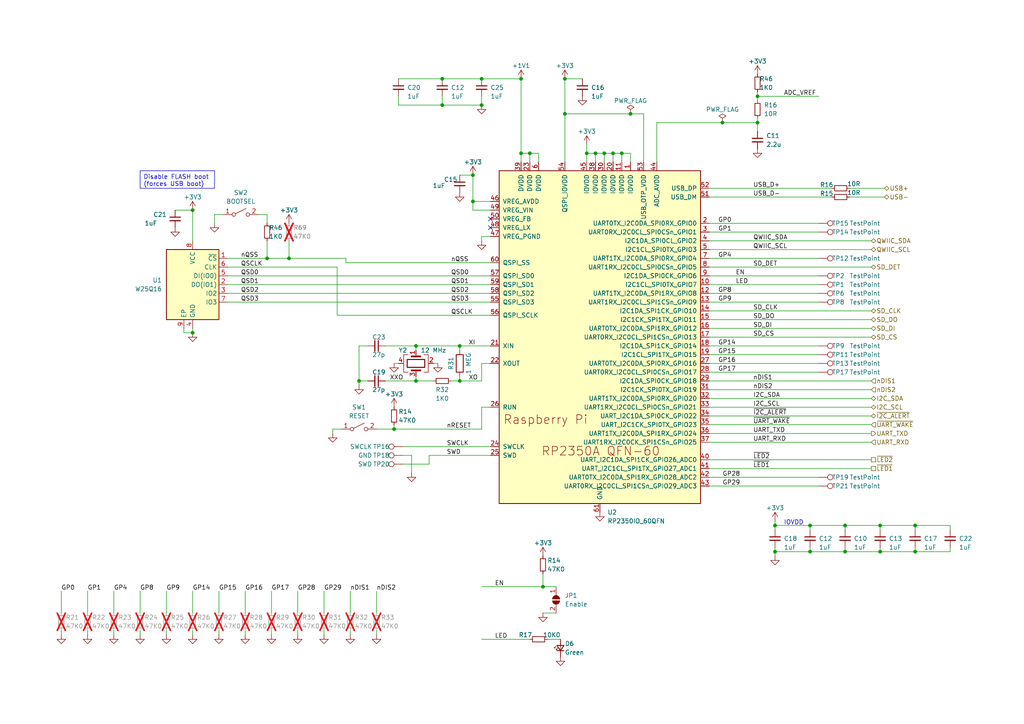
<source format=kicad_sch>
(kicad_sch (version 20231120) (generator "eeschema") (generator_version "8.0")
  (paper "A4")
  (title_block (title "P42-Pico-M.2") (date "2025-03-11") (rev "3.0") (company "P42 Electronics Design") (comment 1 "(c) 2023 Wolfgang Friedrich") (comment 3 "Released under:") (comment 4 "CERN Open Hardware Licence Version 2 - Weakly Reciprocal"))
  (junction (at 175.26 44.45))
  (junction (at 83.82 74.93))
  (junction (at 234.95 160.02))
  (junction (at 133.35 110.49))
  (junction (at 128.27 30.48))
  (junction (at 180.34 44.45))
  (junction (at 265.43 160.02))
  (junction (at 182.88 33.02))
  (junction (at 234.95 152.4))
  (junction (at 137.16 58.42))
  (junction (at 219.71 27.94))
  (junction (at 128.27 22.86))
  (junction (at 55.88 96.52))
  (junction (at 137.16 50.8))
  (junction (at 151.13 44.45))
  (junction (at 265.43 152.4))
  (junction (at 224.79 152.4))
  (junction (at 245.11 152.4))
  (junction (at 177.8 44.45))
  (junction (at 163.83 22.86))
  (junction (at 219.71 35.56))
  (junction (at 255.27 152.4))
  (junction (at 104.14 110.49))
  (junction (at 157.48 170.18))
  (junction (at 255.27 160.02))
  (junction (at 139.7 30.48))
  (junction (at 245.11 160.02))
  (junction (at 163.83 33.02))
  (junction (at 139.7 22.86))
  (junction (at 120.65 100.33))
  (junction (at 120.65 110.49))
  (junction (at 153.67 44.45))
  (junction (at 55.88 60.96))
  (junction (at 170.18 44.45))
  (junction (at 133.35 100.33))
  (junction (at 172.72 44.45))
  (junction (at 114.3 124.46))
  (junction (at 224.79 160.02))
  (junction (at 209.55 35.56))
  (junction (at 151.13 22.86))
  (junction (at 77.47 74.93))
  (no_connect (at 142.24 66.04))
  (no_connect (at 142.24 63.5))
  (wire (pts (xy 205.74 69.85) (xy 252.73 69.85)))
  (wire (pts (xy 275.59 153.67) (xy 275.59 152.4)))
  (wire (pts (xy 275.59 152.4) (xy 265.43 152.4)))
  (wire (pts (xy 120.65 109.22) (xy 120.65 110.49)))
  (wire (pts (xy 66.04 74.93) (xy 77.47 74.93)))
  (wire (pts (xy 63.5 171.45) (xy 63.5 177.8)))
  (wire (pts (xy 151.13 22.86) (xy 151.13 44.45)))
  (wire (pts (xy 234.95 152.4) (xy 234.95 153.67)))
  (wire (pts (xy 119.38 137.16) (xy 119.38 132.08)))
  (wire (pts (xy 53.34 96.52) (xy 55.88 96.52)))
  (wire (pts (xy 170.18 44.45) (xy 170.18 46.99)))
  (wire (pts (xy 151.13 44.45) (xy 151.13 46.99)))
  (wire (pts (xy 139.7 105.41) (xy 142.24 105.41)))
  (wire (pts (xy 219.71 27.94) (xy 219.71 29.21)))
  (wire (pts (xy 246.38 54.61) (xy 256.54 54.61)))
  (wire (pts (xy 224.79 161.29) (xy 224.79 160.02)))
  (wire (pts (xy 205.74 77.47) (xy 252.73 77.47)))
  (wire (pts (xy 40.64 182.88) (xy 40.64 184.15)))
  (wire (pts (xy 219.71 26.67) (xy 219.71 27.94)))
  (wire (pts (xy 205.74 133.35) (xy 252.73 133.35)))
  (wire (pts (xy 130.81 110.49) (xy 133.35 110.49)))
  (wire (pts (xy 177.8 44.45) (xy 177.8 46.99)))
  (wire (pts (xy 120.65 110.49) (xy 125.73 110.49)))
  (wire (pts (xy 205.74 95.25) (xy 252.73 95.25)))
  (wire (pts (xy 234.95 160.02) (xy 224.79 160.02)))
  (wire (pts (xy 142.24 132.08) (xy 124.46 132.08)))
  (wire (pts (xy 133.35 100.33) (xy 142.24 100.33)))
  (wire (pts (xy 62.23 62.23) (xy 64.77 62.23)))
  (wire (pts (xy 175.26 44.45) (xy 175.26 46.99)))
  (wire (pts (xy 205.74 80.01) (xy 237.49 80.01)))
  (wire (pts (xy 205.74 110.49) (xy 252.73 110.49)))
  (wire (pts (xy 83.82 74.93) (xy 83.82 69.85)))
  (wire (pts (xy 78.74 182.88) (xy 78.74 184.15)))
  (wire (pts (xy 205.74 85.09) (xy 237.49 85.09)))
  (wire (pts (xy 219.71 34.29) (xy 219.71 35.56)))
  (wire (pts (xy 156.21 46.99) (xy 156.21 44.45)))
  (wire (pts (xy 17.78 171.45) (xy 17.78 177.8)))
  (wire (pts (xy 119.38 132.08) (xy 116.84 132.08)))
  (wire (pts (xy 205.74 97.79) (xy 252.73 97.79)))
  (wire (pts (xy 55.88 95.25) (xy 55.88 96.52)))
  (wire (pts (xy 180.34 44.45) (xy 180.34 46.99)))
  (wire (pts (xy 137.16 60.96) (xy 137.16 58.42)))
  (wire (pts (xy 139.7 110.49) (xy 139.7 105.41)))
  (wire (pts (xy 205.74 82.55) (xy 237.49 82.55)))
  (wire (pts (xy 205.74 123.19) (xy 252.73 123.19)))
  (wire (pts (xy 86.36 182.88) (xy 86.36 184.15)))
  (wire (pts (xy 186.69 33.02) (xy 182.88 33.02)))
  (wire (pts (xy 86.36 171.45) (xy 86.36 177.8)))
  (wire (pts (xy 158.75 185.42) (xy 162.56 185.42)))
  (wire (pts (xy 190.5 46.99) (xy 190.5 35.56)))
  (wire (pts (xy 133.35 110.49) (xy 139.7 110.49)))
  (wire (pts (xy 255.27 160.02) (xy 245.11 160.02)))
  (wire (pts (xy 156.21 44.45) (xy 153.67 44.45)))
  (wire (pts (xy 265.43 160.02) (xy 255.27 160.02)))
  (wire (pts (xy 142.24 60.96) (xy 137.16 60.96)))
  (wire (pts (xy 175.26 44.45) (xy 172.72 44.45)))
  (wire (pts (xy 111.76 100.33) (xy 120.65 100.33)))
  (wire (pts (xy 245.11 160.02) (xy 234.95 160.02)))
  (wire (pts (xy 48.26 182.88) (xy 48.26 184.15)))
  (wire (pts (xy 139.7 185.42) (xy 153.67 185.42)))
  (wire (pts (xy 205.74 107.95) (xy 237.49 107.95)))
  (wire (pts (xy 115.57 30.48) (xy 128.27 30.48)))
  (wire (pts (xy 205.74 125.73) (xy 252.73 125.73)))
  (wire (pts (xy 157.48 170.18) (xy 161.29 170.18)))
  (wire (pts (xy 205.74 54.61) (xy 241.3 54.61)))
  (wire (pts (xy 182.88 44.45) (xy 180.34 44.45)))
  (wire (pts (xy 205.74 57.15) (xy 241.3 57.15)))
  (wire (pts (xy 246.38 57.15) (xy 256.54 57.15)))
  (wire (pts (xy 139.7 170.18) (xy 157.48 170.18)))
  (wire (pts (xy 128.27 30.48) (xy 128.27 27.94)))
  (wire (pts (xy 139.7 68.58) (xy 139.7 69.85)))
  (wire (pts (xy 265.43 153.67) (xy 265.43 152.4)))
  (wire (pts (xy 265.43 158.75) (xy 265.43 160.02)))
  (wire (pts (xy 115.57 30.48) (xy 115.57 27.94)))
  (wire (pts (xy 62.23 62.23) (xy 62.23 64.77)))
  (wire (pts (xy 163.83 22.86) (xy 163.83 33.02)))
  (wire (pts (xy 97.79 91.44) (xy 142.24 91.44)))
  (wire (pts (xy 127 105.41) (xy 125.73 105.41)))
  (wire (pts (xy 77.47 74.93) (xy 83.82 74.93)))
  (wire (pts (xy 275.59 158.75) (xy 275.59 160.02)))
  (wire (pts (xy 50.8 60.96) (xy 55.88 60.96)))
  (wire (pts (xy 205.74 128.27) (xy 252.73 128.27)))
  (wire (pts (xy 139.7 118.11) (xy 142.24 118.11)))
  (wire (pts (xy 114.3 105.41) (xy 115.57 105.41)))
  (wire (pts (xy 205.74 140.97) (xy 237.49 140.97)))
  (wire (pts (xy 104.14 110.49) (xy 106.68 110.49)))
  (wire (pts (xy 109.22 171.45) (xy 109.22 177.8)))
  (wire (pts (xy 77.47 64.77) (xy 77.47 62.23)))
  (wire (pts (xy 25.4 171.45) (xy 25.4 177.8)))
  (wire (pts (xy 55.88 171.45) (xy 55.88 177.8)))
  (wire (pts (xy 209.55 35.56) (xy 219.71 35.56)))
  (wire (pts (xy 205.74 92.71) (xy 252.73 92.71)))
  (wire (pts (xy 205.74 90.17) (xy 252.73 90.17)))
  (wire (pts (xy 172.72 44.45) (xy 170.18 44.45)))
  (wire (pts (xy 205.74 120.65) (xy 252.73 120.65)))
  (wire (pts (xy 205.74 87.63) (xy 237.49 87.63)))
  (wire (pts (xy 219.71 27.94) (xy 237.49 27.94)))
  (wire (pts (xy 66.04 77.47) (xy 97.79 77.47)))
  (wire (pts (xy 153.67 44.45) (xy 151.13 44.45)))
  (wire (pts (xy 48.26 171.45) (xy 48.26 177.8)))
  (wire (pts (xy 55.88 182.88) (xy 55.88 184.15)))
  (wire (pts (xy 133.35 109.22) (xy 133.35 110.49)))
  (wire (pts (xy 182.88 46.99) (xy 182.88 44.45)))
  (wire (pts (xy 157.48 166.37) (xy 157.48 170.18)))
  (wire (pts (xy 205.74 105.41) (xy 237.49 105.41)))
  (wire (pts (xy 163.83 22.86) (xy 168.91 22.86)))
  (wire (pts (xy 182.88 33.02) (xy 163.83 33.02)))
  (wire (pts (xy 96.52 124.46) (xy 96.52 125.73)))
  (wire (pts (xy 104.14 110.49) (xy 104.14 100.33)))
  (wire (pts (xy 205.74 113.03) (xy 252.73 113.03)))
  (wire (pts (xy 78.74 171.45) (xy 78.74 177.8)))
  (wire (pts (xy 205.74 67.31) (xy 237.49 67.31)))
  (wire (pts (xy 133.35 100.33) (xy 133.35 101.6)))
  (wire (pts (xy 255.27 152.4) (xy 245.11 152.4)))
  (wire (pts (xy 114.3 124.46) (xy 139.7 124.46)))
  (wire (pts (xy 190.5 35.56) (xy 209.55 35.56)))
  (wire (pts (xy 234.95 152.4) (xy 224.79 152.4)))
  (wire (pts (xy 66.04 87.63) (xy 142.24 87.63)))
  (wire (pts (xy 180.34 44.45) (xy 177.8 44.45)))
  (wire (pts (xy 66.04 82.55) (xy 142.24 82.55)))
  (wire (pts (xy 55.88 60.96) (xy 55.88 69.85)))
  (wire (pts (xy 163.83 33.02) (xy 163.83 46.99)))
  (wire (pts (xy 153.67 44.45) (xy 153.67 46.99)))
  (wire (pts (xy 133.35 50.8) (xy 137.16 50.8)))
  (wire (pts (xy 115.57 22.86) (xy 128.27 22.86)))
  (wire (pts (xy 100.33 76.2) (xy 142.24 76.2)))
  (wire (pts (xy 124.46 134.62) (xy 116.84 134.62)))
  (wire (pts (xy 120.65 100.33) (xy 133.35 100.33)))
  (wire (pts (xy 63.5 182.88) (xy 63.5 184.15)))
  (wire (pts (xy 205.74 64.77) (xy 237.49 64.77)))
  (wire (pts (xy 71.12 171.45) (xy 71.12 177.8)))
  (wire (pts (xy 109.22 182.88) (xy 109.22 184.15)))
  (wire (pts (xy 139.7 124.46) (xy 139.7 118.11)))
  (wire (pts (xy 111.76 110.49) (xy 120.65 110.49)))
  (wire (pts (xy 205.74 72.39) (xy 252.73 72.39)))
  (wire (pts (xy 53.34 95.25) (xy 53.34 96.52)))
  (wire (pts (xy 66.04 85.09) (xy 142.24 85.09)))
  (wire (pts (xy 109.22 124.46) (xy 114.3 124.46)))
  (wire (pts (xy 137.16 58.42) (xy 137.16 50.8)))
  (wire (pts (xy 33.02 182.88) (xy 33.02 184.15)))
  (wire (pts (xy 205.74 135.89) (xy 252.73 135.89)))
  (wire (pts (xy 205.74 115.57) (xy 252.73 115.57)))
  (wire (pts (xy 128.27 22.86) (xy 139.7 22.86)))
  (wire (pts (xy 77.47 69.85) (xy 77.47 74.93)))
  (wire (pts (xy 93.98 182.88) (xy 93.98 184.15)))
  (wire (pts (xy 93.98 171.45) (xy 93.98 177.8)))
  (wire (pts (xy 100.33 74.93) (xy 100.33 76.2)))
  (wire (pts (xy 186.69 46.99) (xy 186.69 33.02)))
  (wire (pts (xy 177.8 44.45) (xy 175.26 44.45)))
  (wire (pts (xy 245.11 158.75) (xy 245.11 160.02)))
  (wire (pts (xy 255.27 158.75) (xy 255.27 160.02)))
  (wire (pts (xy 104.14 111.76) (xy 104.14 110.49)))
  (wire (pts (xy 77.47 62.23) (xy 74.93 62.23)))
  (wire (pts (xy 128.27 30.48) (xy 139.7 30.48)))
  (wire (pts (xy 205.74 118.11) (xy 252.73 118.11)))
  (wire (pts (xy 142.24 58.42) (xy 137.16 58.42)))
  (wire (pts (xy 234.95 158.75) (xy 234.95 160.02)))
  (wire (pts (xy 224.79 160.02) (xy 224.79 158.75)))
  (wire (pts (xy 101.6 182.88) (xy 101.6 184.15)))
  (wire (pts (xy 205.74 138.43) (xy 237.49 138.43)))
  (wire (pts (xy 66.04 80.01) (xy 142.24 80.01)))
  (wire (pts (xy 40.64 171.45) (xy 40.64 177.8)))
  (wire (pts (xy 224.79 152.4) (xy 224.79 153.67)))
  (wire (pts (xy 205.74 74.93) (xy 237.49 74.93)))
  (wire (pts (xy 139.7 68.58) (xy 142.24 68.58)))
  (wire (pts (xy 99.06 124.46) (xy 96.52 124.46)))
  (wire (pts (xy 245.11 152.4) (xy 234.95 152.4)))
  (wire (pts (xy 205.74 100.33) (xy 237.49 100.33)))
  (wire (pts (xy 97.79 91.44) (xy 97.79 77.47)))
  (wire (pts (xy 170.18 41.91) (xy 170.18 44.45)))
  (wire (pts (xy 71.12 182.88) (xy 71.12 184.15)))
  (wire (pts (xy 265.43 152.4) (xy 255.27 152.4)))
  (wire (pts (xy 124.46 132.08) (xy 124.46 134.62)))
  (wire (pts (xy 17.78 182.88) (xy 17.78 184.15)))
  (wire (pts (xy 114.3 123.19) (xy 114.3 124.46)))
  (wire (pts (xy 275.59 160.02) (xy 265.43 160.02)))
  (wire (pts (xy 219.71 35.56) (xy 219.71 38.1)))
  (wire (pts (xy 104.14 100.33) (xy 106.68 100.33)))
  (wire (pts (xy 101.6 171.45) (xy 101.6 177.8)))
  (wire (pts (xy 120.65 100.33) (xy 120.65 101.6)))
  (wire (pts (xy 33.02 171.45) (xy 33.02 177.8)))
  (wire (pts (xy 83.82 74.93) (xy 100.33 74.93)))
  (wire (pts (xy 139.7 22.86) (xy 151.13 22.86)))
  (wire (pts (xy 224.79 151.13) (xy 224.79 152.4)))
  (wire (pts (xy 245.11 152.4) (xy 245.11 153.67)))
  (wire (pts (xy 25.4 182.88) (xy 25.4 184.15)))
  (wire (pts (xy 116.84 129.54) (xy 142.24 129.54)))
  (wire (pts (xy 205.74 102.87) (xy 237.49 102.87)))
  (wire (pts (xy 161.29 177.8) (xy 157.48 177.8)))
  (wire (pts (xy 172.72 44.45) (xy 172.72 46.99)))
  (wire (pts (xy 255.27 152.4) (xy 255.27 153.67)))
  (wire (pts (xy 139.7 30.48) (xy 139.7 27.94)))
  (text_box "Disable FLASH boot\n(forces USB boot)" (at 40.64 49.53 0) (size 21.59 5.08) (effects (font (size 1.27 1.27)) (justify left top)))
  (text "IOVDD" (at 227.33 152.4 0) (effects (font (size 1.27 1.27)) (justify left bottom)))
  (label "XO" (at 135.89 110.49 0))
  (label "EN" (at 143.51 170.18 0))
  (label "GP17" (at 208.28 107.95 0))
  (label "GP9" (at 208.28 87.63 0))
  (label "GP4" (at 33.02 171.45 0))
  (label "QSD0" (at 69.85 80.01 0))
  (label "QWIIC_SCL" (at 218.44 72.39 0))
  (label "GP15" (at 208.28 102.87 0))
  (label "LED" (at 143.51 185.42 0))
  (label "nDIS2" (at 218.44 113.03 0))
  (label "ADC_VREF" (at 227.33 27.94 0))
  (label "GP0" (at 208.28 64.77 0))
  (label "~{UART_WAKE}" (at 218.44 123.19 0))
  (label "XI" (at 135.89 100.33 0))
  (label "USB_D-" (at 218.44 57.15 0))
  (label "QSD1" (at 69.85 82.55 0))
  (label "UART_RXD" (at 218.44 128.27 0))
  (label "~{LED1}" (at 218.44 135.89 0))
  (label "QSD1" (at 130.81 82.55 0))
  (label "GP0" (at 17.78 171.45 0))
  (label "~{LED2}" (at 218.44 133.35 0))
  (label "I2C_SCL" (at 218.44 118.11 0))
  (label "GP29" (at 209.55 140.97 0))
  (label "GP29" (at 93.98 171.45 0))
  (label "XXO" (at 113.03 110.49 0))
  (label "QSCLK" (at 69.85 77.47 0))
  (label "SD_DI" (at 218.44 95.25 0))
  (label "QSD2" (at 69.85 85.09 0))
  (label "nDIS2" (at 109.22 171.45 0))
  (label "GP14" (at 55.88 171.45 0))
  (label "GP14" (at 208.28 100.33 0))
  (label "~{I2C_ALERT}" (at 218.44 120.65 0))
  (label "nDIS1" (at 101.6 171.45 0))
  (label "nRESET" (at 129.54 124.46 0))
  (label "SD_CLK" (at 218.44 90.17 0))
  (label "GP4" (at 208.28 74.93 0))
  (label "GP28" (at 209.55 138.43 0))
  (label "USB_D+" (at 218.44 54.61 0))
  (label "LED" (at 213.36 82.55 0))
  (label "GP8" (at 40.64 171.45 0))
  (label "GP1" (at 25.4 171.45 0))
  (label "SWCLK" (at 129.54 129.54 0))
  (label "GP9" (at 48.26 171.45 0))
  (label "GP16" (at 208.28 105.41 0))
  (label "QSD0" (at 130.81 80.01 0))
  (label "SWD" (at 129.54 132.08 0))
  (label "GP28" (at 86.36 171.45 0))
  (label "QSCLK" (at 130.81 91.44 0))
  (label "EN" (at 213.36 80.01 0))
  (label "SD_DO" (at 218.44 92.71 0))
  (label "nQSS" (at 130.81 76.2 0))
  (label "QWIIC_SDA" (at 218.44 69.85 0))
  (label "GP8" (at 208.28 85.09 0))
  (label "nQSS" (at 69.85 74.93 0))
  (label "GP15" (at 63.5 171.45 0))
  (label "QSD3" (at 130.81 87.63 0))
  (label "QSD2" (at 130.81 85.09 0))
  (label "GP17" (at 78.74 171.45 0))
  (label "UART_TXD" (at 218.44 125.73 0))
  (label "GP1" (at 208.28 67.31 0))
  (label "I2C_SDA" (at 218.44 115.57 0))
  (label "GP16" (at 71.12 171.45 0))
  (label "SD_CS" (at 218.44 97.79 0))
  (label "QSD3" (at 69.85 87.63 0))
  (label "SD_DET" (at 218.44 77.47 0))
  (label "nDIS1" (at 218.44 110.49 0))
  (hierarchical_label "~{UART_WAKE}" (shape input) (at 252.73 123.19 0))
  (hierarchical_label "UART_RXD" (shape input) (at 252.73 128.27 0))
  (hierarchical_label "SD_DI" (shape bidirectional) (at 252.73 95.25 0))
  (hierarchical_label "~{LED1}" (shape passive) (at 252.73 135.89 0))
  (hierarchical_label "nDIS1" (shape input) (at 252.73 110.49 0))
  (hierarchical_label "~{LED2}" (shape passive) (at 252.73 133.35 0))
  (hierarchical_label "SD_DO" (shape bidirectional) (at 252.73 92.71 0))
  (hierarchical_label "USB-" (shape bidirectional) (at 256.54 57.15 0))
  (hierarchical_label "SD_CLK" (shape bidirectional) (at 252.73 90.17 0))
  (hierarchical_label "QWIIC_SDA" (shape bidirectional) (at 252.73 69.85 0))
  (hierarchical_label "USB+" (shape bidirectional) (at 256.54 54.61 0))
  (hierarchical_label "SD_CS" (shape bidirectional) (at 252.73 97.79 0))
  (hierarchical_label "QWIIC_SCL" (shape bidirectional) (at 252.73 72.39 0))
  (hierarchical_label "I2C_SDA" (shape bidirectional) (at 252.73 115.57 0))
  (hierarchical_label "nDIS2" (shape input) (at 252.73 113.03 0))
  (hierarchical_label "I2C_SCL" (shape bidirectional) (at 252.73 118.11 0))
  (hierarchical_label "UART_TXD" (shape output) (at 252.73 125.73 0))
  (hierarchical_label "~{I2C_ALERT}" (shape bidirectional) (at 252.73 120.65 0))
  (hierarchical_label "SD_DET" (shape bidirectional) (at 252.73 77.47 0))
  (symbol (lib_id "Device:R_Small") (at 55.88 180.34 180) (unit 1) (dnp yes)
    (property "Reference" "R26" (at 57.15 179.07 0) (effects (justify right)))
    (property "Value" "47K0" (at 57.15 181.61 0) (effects (justify right)))
    (property "Footprint" "Resistor_SMD:R_0402_1005Metric" (effects (hide yes)))
    (property "Description" "Res, 47K0, 1%, 0.625W, 0402" (effects (hide yes)))
    (property "Mfr" "generic" (effects (hide yes)))
    (property "Mfr PN" "na" (effects (hide yes)))
    (property "Mfr1" "generic" (effects (hide yes)))
    (property "Mfr1 PN" "na" (effects (hide yes)))
    (property "JLCPCB #" "C25900" (effects (hide yes)))
    (property "LCSC Part #" "C25900" (effects (hide yes)))
  )
  (symbol (lib_id "Device:R") (at 133.35 105.41 0) (unit 1)
    (property "Reference" "R31" (at 130.81 105.41 90))
    (property "Value" "1 MEG" (at 135.89 105.41 90))
    (property "Footprint" "Resistor_SMD:R_0402_1005Metric" (effects (hide yes)))
    (property "Description" "Res, 1MEG, 1%, 0.625W, 0402" (effects (hide yes)))
    (property "Mfr" "generic" (effects (hide yes)))
    (property "Mfr PN" "na" (effects (hide yes)))
    (property "Mfr1" "generic" (effects (hide yes)))
    (property "Mfr1 PN" "na" (effects (hide yes)))
    (property "JLCPCB #" "C25741" (effects (hide yes)))
    (property "LCSC Part #" "C25741" (effects (hide yes)))
    (instances (project "P42-Pico_Video4" (path "" (reference "R31") (unit 1)) (path "" (reference "R7") (unit 1))) (project "P42-Pico_Mdot2_r1" (path "" (reference "R11") (unit 1))))
  )
  (symbol (lib_id "Connector:TestPoint") (at 116.84 129.54 90) (unit 1) (in_bom no)
    (property "Reference" "TP16" (at 113.03 129.54 90) (effects (justify left)))
    (property "Value" "SWCLK" (at 107.95 129.54 90) (effects (justify left)))
    (property "Footprint" "P42:THTPad_D1.5mm_Drill0.9mm" (effects (hide yes)))
  )
  (symbol (lib_id "power:GND") (at 78.74 184.15 0) (unit 1)
    (property "Reference" "#PWR077" (effects (hide yes)))
    (property "Value" "GND" (effects (hide yes)))
  )
  (symbol (lib_id "Device:C_Small") (at 128.27 25.4 0) (unit 1)
    (property "Reference" "C12" (at 130.81 25.4 0) (effects (justify left)))
    (property "Value" "1uF" (at 130.81 27.94 0) (effects (justify left)))
    (property "Footprint" "Capacitor_SMD:C_0402_1005Metric" (effects (hide yes)))
    (property "Description" "Cap Cer, 1uF, +-10%, X5R, 25V, 0402" (effects (hide yes)))
    (property "BOM Description" "Cap Cer, 100nF, +-10%, X7R, 50V, 0402" (effects (hide yes)))
    (property "Mfr1" "generic" (effects (hide yes)))
    (property "Mfr1 PN" "na" (effects (hide yes)))
    (property "Mfr" "generic" (effects (hide yes)))
    (property "Mfr PN" "na" (effects (hide yes)))
    (property "JLCPCB #" "C52923" (effects (hide yes)))
    (property "LCSC Part #" "C52923" (effects (hide yes)))
  )
  (symbol (lib_id "Device:C_Small") (at 255.27 156.21 0) (unit 1)
    (property "Reference" "C13" (at 257.81 156.21 0) (effects (justify left)))
    (property "Value" "1uF" (at 257.81 158.75 0) (effects (justify left)))
    (property "Footprint" "Capacitor_SMD:C_0402_1005Metric" (effects (hide yes)))
    (property "Description" "Cap Cer, 1uF, +-10%, X5R, 25V, 0402" (effects (hide yes)))
    (property "BOM Description" "Cap Cer, 100nF, +-10%, X7R, 50V, 0402" (effects (hide yes)))
    (property "Mfr1" "generic" (effects (hide yes)))
    (property "Mfr1 PN" "na" (effects (hide yes)))
    (property "Mfr" "generic" (effects (hide yes)))
    (property "Mfr PN" "na" (effects (hide yes)))
    (property "JLCPCB #" "C52923" (effects (hide yes)))
    (property "LCSC Part #" "C52923" (effects (hide yes)))
    (instances (project "P42-Pico_Video4" (path "" (reference "C13") (unit 1)) (path "" (reference "C15") (unit 1))) (project "P42-Pico_Mdot2_r1" (path "" (reference "C18") (unit 1))))
  )
  (symbol (lib_id "power:GND") (at 162.56 190.5 0) (unit 1)
    (property "Reference" "#PWR029" (effects (hide yes)))
    (property "Value" "GND" (effects (hide yes)))
    (instances (project "P42-Pico_Video4" (path "" (reference "#PWR029") (unit 1))) (project "P42-Pico_Mdot2_r1" (path "" (reference "#PWR028") (unit 1))) (project "I2CAdapter_ver1" (path "" (reference "#PWR024") (unit 1))))
  )
  (symbol (lib_id "power:GND") (at 104.14 111.76 0) (unit 1)
    (property "Reference" "#PWR028" (effects (hide yes)))
    (property "Value" "GND" (effects (hide yes)))
    (instances (project "P42-Pico_Video4" (path "" (reference "#PWR028") (unit 1)) (path "" (reference "#PWR03") (unit 1)) (path "" (reference "#PWR010") (unit 1))) (project "P42-Pico_Mdot2_r1" (path "" (reference "#PWR05") (unit 1))) (project "USB-C PD Source FUSB3307 V1" (path "" (reference "#PWR098") (unit 1))))
  )
  (symbol (lib_id "Device:C_Small") (at 275.59 156.21 0) (unit 1)
    (property "Reference" "C22" (at 278.13 156.21 0) (effects (justify left)))
    (property "Value" "1uF" (at 278.13 158.75 0) (effects (justify left)))
    (property "Footprint" "Capacitor_SMD:C_0402_1005Metric" (effects (hide yes)))
    (property "Description" "Cap Cer, 1uF, +-10%, X5R, 25V, 0402" (effects (hide yes)))
    (property "BOM Description" "Cap Cer, 100nF, +-10%, X7R, 50V, 0402" (effects (hide yes)))
    (property "Mfr1" "generic" (effects (hide yes)))
    (property "Mfr1 PN" "na" (effects (hide yes)))
    (property "Mfr" "generic" (effects (hide yes)))
    (property "Mfr PN" "na" (effects (hide yes)))
    (property "JLCPCB #" "C52923" (effects (hide yes)))
    (property "LCSC Part #" "C52923" (effects (hide yes)))
    (instances (project "P42-Pico_Video4" (path "" (reference "C22") (unit 1)) (path "" (reference "C15") (unit 1))) (project "P42-Pico_Mdot2_r1" (path "" (reference "C16") (unit 1))))
  )
  (symbol (lib_id "power:GND") (at 119.38 137.16 0) (unit 1)
    (property "Reference" "#PWR030" (effects (hide yes)))
    (property "Value" "GND" (effects (hide yes)))
    (instances (project "P42-Pico_Video4" (path "" (reference "#PWR030") (unit 1))) (project "P42-Pico_Mdot2_r1" (path "" (reference "#PWR09") (unit 1))) (project "I2CAdapter_ver1" (path "" (reference "#PWR024") (unit 1))))
  )
  (symbol (lib_id "power:GND") (at 55.88 96.52 0) (unit 1)
    (property "Reference" "#PWR033" (effects (hide yes)))
    (property "Value" "GND" (effects (hide yes)))
    (instances (project "P42-Pico_Video4" (path "" (reference "#PWR033") (unit 1))) (project "P42-Pico_Mdot2_r1" (path "" (reference "#PWR029") (unit 1))) (project "I2CAdapter_ver1" (path "" (reference "#PWR024") (unit 1))))
  )
  (symbol (lib_id "Connector:TestPoint") (at 237.49 140.97 270) (unit 1) (in_bom no)
    (property "Reference" "TP21" (at 241.3 140.97 90) (effects (justify left)))
    (property "Value" "TestPoint" (at 246.38 140.97 90) (effects (justify left)))
    (property "Footprint" "P42:THTPad_D1.5mm_Drill0.9mm" (effects (hide yes)))
  )
  (symbol (lib_id "power:GND") (at 96.52 125.73 0) (unit 1)
    (property "Reference" "#PWR018" (effects (hide yes)))
    (property "Value" "GND" (effects (hide yes)))
    (instances (project "P42-Pico_Video4" (path "" (reference "#PWR018") (unit 1))) (project "P42-Pico_Mdot2_r1" (path "" (reference "#PWR07") (unit 1))) (project "I2CAdapter_ver1" (path "" (reference "#PWR011") (unit 1))))
  )
  (symbol (lib_id "power:+3V3") (at 83.82 64.77 0) (unit 1)
    (property "Reference" "#PWR0122" (effects (hide yes)))
    (property "Value" "+3V3" (at 83.82 60.96 0))
    (instances (project "P42-Pico_Video4" (path "" (reference "#PWR0122") (unit 1)) (path "" (reference "#PWR024") (unit 1))) (project "P42-Pico_Mdot2_r1" (path "" (reference "#PWR031") (unit 1))))
  )
  (symbol (lib_id "Connector:TestPoint") (at 237.49 85.09 270) (unit 1) (in_bom no)
    (property "Reference" "TP6" (at 241.3 85.09 90) (effects (justify left)))
    (property "Value" "TestPoint" (at 246.38 85.09 90) (effects (justify left)))
    (property "Footprint" "P42:THTPad_D1.5mm_Drill0.9mm" (effects (hide yes)))
  )
  (symbol (lib_id "power:GND") (at 55.88 184.15 0) (unit 1)
    (property "Reference" "#PWR074" (effects (hide yes)))
    (property "Value" "GND" (effects (hide yes)))
  )
  (symbol (lib_id "power:GND") (at 17.78 184.15 0) (unit 1)
    (property "Reference" "#PWR013" (effects (hide yes)))
    (property "Value" "GND" (effects (hide yes)))
  )
  (symbol (lib_id "power:GND") (at 219.71 43.18 0) (unit 1)
    (property "Reference" "#PWR013" (effects (hide yes)))
    (property "Value" "GND" (effects (hide yes)))
    (instances (project "P42-Pico_Video4" (path "" (reference "#PWR013") (unit 1))) (project "P42-Pico_Mdot2_r1" (path "" (reference "#PWR025") (unit 1))) (project "I2CAdapter_ver1" (path "" (reference "#PWR024") (unit 1))))
  )
  (symbol (lib_id "power:GND") (at 101.6 184.15 0) (unit 1)
    (property "Reference" "#PWR080" (effects (hide yes)))
    (property "Value" "GND" (effects (hide yes)))
  )
  (symbol (lib_id "power:+3V3") (at 163.83 22.86 0) (unit 1)
    (property "Reference" "#PWR073" (effects (hide yes)))
    (property "Value" "+3V3" (at 163.83 19.05 0))
  )
  (symbol (lib_id "power:GND") (at 109.22 184.15 0) (unit 1)
    (property "Reference" "#PWR081" (effects (hide yes)))
    (property "Value" "GND" (effects (hide yes)))
  )
  (symbol (lib_id "Connector:TestPoint") (at 237.49 138.43 270) (unit 1) (in_bom no)
    (property "Reference" "TP19" (at 241.3 138.43 90) (effects (justify left)))
    (property "Value" "TestPoint" (at 246.38 138.43 90) (effects (justify left)))
    (property "Footprint" "P42:THTPad_D1.5mm_Drill0.9mm" (effects (hide yes)))
  )
  (symbol (lib_id "power:GND") (at 133.35 55.88 0) (unit 1)
    (property "Reference" "#PWR071" (effects (hide yes)))
    (property "Value" "GND" (effects (hide yes)))
  )
  (symbol (lib_id "Device:R_Small") (at 83.82 67.31 180) (unit 1) (dnp yes)
    (property "Reference" "R69" (at 85.09 66.04 0) (effects (justify right)))
    (property "Value" "47K0" (at 85.09 68.58 0) (effects (justify right)))
    (property "Footprint" "Resistor_SMD:R_0402_1005Metric" (effects (hide yes)))
    (property "Description" "Res, 47K0, 1%, 0.625W, 0402" (effects (hide yes)))
    (property "Mfr" "generic" (effects (hide yes)))
    (property "Mfr PN" "na" (effects (hide yes)))
    (property "Mfr1" "generic" (effects (hide yes)))
    (property "Mfr1 PN" "na" (effects (hide yes)))
    (property "JLCPCB #" "C25900" (effects (hide yes)))
    (property "LCSC Part #" "C25900" (effects (hide yes)))
    (instances (project "P42-Pico_Video4" (path "" (reference "R69") (unit 1)) (path "" (reference "R47") (unit 1))) (project "P42-Pico_Mdot2_r1" (path "" (reference "R10") (unit 1))))
  )
  (symbol (lib_id "Device:C_Small") (at 50.8 63.5 0) (unit 1)
    (property "Reference" "C21" (at 44.45 62.23 0) (effects (justify left)))
    (property "Value" "1uF" (at 41.91 64.77 0) (effects (justify left)))
    (property "Footprint" "Capacitor_SMD:C_0402_1005Metric" (effects (hide yes)))
    (property "Description" "Cap Cer, 1uF, +-10%, X5R, 25V, 0402" (effects (hide yes)))
    (property "BOM Description" "Cap Cer, 100nF, +-10%, X7R, 50V, 0402" (effects (hide yes)))
    (property "Mfr1" "generic" (effects (hide yes)))
    (property "Mfr1 PN" "na" (effects (hide yes)))
    (property "Mfr" "generic" (effects (hide yes)))
    (property "Mfr PN" "na" (effects (hide yes)))
    (property "JLCPCB #" "C52923" (effects (hide yes)))
    (property "LCSC Part #" "C52923" (effects (hide yes)))
    (instances (project "P42-Pico_Video4" (path "" (reference "C21") (unit 1)) (path "" (reference "C15") (unit 1))) (project "P42-Pico_Mdot2_r1" (path "" (reference "C7") (unit 1))))
  )
  (symbol (lib_id "Device:C_Small") (at 115.57 25.4 0) (unit 1)
    (property "Reference" "C20" (at 118.11 25.4 0) (effects (justify left)))
    (property "Value" "1uF" (at 118.11 27.94 0) (effects (justify left)))
    (property "Footprint" "Capacitor_SMD:C_0402_1005Metric" (effects (hide yes)))
    (property "Description" "Cap Cer, 1uF, +-10%, X5R, 25V, 0402" (effects (hide yes)))
    (property "BOM Description" "Cap Cer, 100nF, +-10%, X7R, 50V, 0402" (effects (hide yes)))
    (property "Mfr1" "generic" (effects (hide yes)))
    (property "Mfr1 PN" "na" (effects (hide yes)))
    (property "Mfr" "generic" (effects (hide yes)))
    (property "Mfr PN" "na" (effects (hide yes)))
    (property "JLCPCB #" "C52923" (effects (hide yes)))
    (property "LCSC Part #" "C52923" (effects (hide yes)))
  )
  (symbol (lib_id "power:+3V3") (at 224.79 151.13 0) (unit 1)
    (property "Reference" "#PWR034" (effects (hide yes)))
    (property "Value" "+3V3" (at 224.79 147.32 0))
    (instances (project "P42-Pico_Video4" (path "" (reference "#PWR034") (unit 1)) (path "" (reference "#PWR024") (unit 1))) (project "P42-Pico_Mdot2_r1" (path "" (reference "#PWR020") (unit 1))))
  )
  (symbol (lib_id "power:GND") (at 63.5 184.15 0) (unit 1)
    (property "Reference" "#PWR075" (effects (hide yes)))
    (property "Value" "GND" (effects (hide yes)))
  )
  (symbol (lib_id "Connector:TestPoint") (at 237.49 107.95 270) (unit 1) (in_bom no)
    (property "Reference" "TP17" (at 241.3 107.95 90) (effects (justify left)))
    (property "Value" "TestPoint" (at 246.38 107.95 90) (effects (justify left)))
    (property "Footprint" "P42:THTPad_D1.5mm_Drill0.9mm" (effects (hide yes)))
  )
  (symbol (lib_id "power:GND") (at 50.8 66.04 0) (unit 1)
    (property "Reference" "#PWR0119" (effects (hide yes)))
    (property "Value" "GND" (effects (hide yes)))
    (instances (project "P42-Pico_Video4" (path "" (reference "#PWR0119") (unit 1))) (project "P42-Pico_Mdot2_r1" (path "" (reference "#PWR06") (unit 1))) (project "I2CAdapter_ver1" (path "" (reference "#PWR024") (unit 1))))
  )
  (symbol (lib_id "Device:R_Small") (at 109.22 180.34 180) (unit 1) (dnp yes)
    (property "Reference" "R33" (at 110.49 179.07 0) (effects (justify right)))
    (property "Value" "47K0" (at 110.49 181.61 0) (effects (justify right)))
    (property "Footprint" "Resistor_SMD:R_0402_1005Metric" (effects (hide yes)))
    (property "Description" "Res, 47K0, 1%, 0.625W, 0402" (effects (hide yes)))
    (property "Mfr" "generic" (effects (hide yes)))
    (property "Mfr PN" "na" (effects (hide yes)))
    (property "Mfr1" "generic" (effects (hide yes)))
    (property "Mfr1 PN" "na" (effects (hide yes)))
    (property "JLCPCB #" "C25900" (effects (hide yes)))
    (property "LCSC Part #" "C25900" (effects (hide yes)))
  )
  (symbol (lib_id "Device:R_Small") (at 40.64 180.34 180) (unit 1) (dnp yes)
    (property "Reference" "R24" (at 41.91 179.07 0) (effects (justify right)))
    (property "Value" "47K0" (at 41.91 181.61 0) (effects (justify right)))
    (property "Footprint" "Resistor_SMD:R_0402_1005Metric" (effects (hide yes)))
    (property "Description" "Res, 47K0, 1%, 0.625W, 0402" (effects (hide yes)))
    (property "Mfr" "generic" (effects (hide yes)))
    (property "Mfr PN" "na" (effects (hide yes)))
    (property "Mfr1" "generic" (effects (hide yes)))
    (property "Mfr1 PN" "na" (effects (hide yes)))
    (property "JLCPCB #" "C25900" (effects (hide yes)))
    (property "LCSC Part #" "C25900" (effects (hide yes)))
  )
  (symbol (lib_id "power:GND") (at 168.91 27.94 0) (unit 1)
    (property "Reference" "#PWR011" (effects (hide yes)))
    (property "Value" "GND" (effects (hide yes)))
    (instances (project "P42-Pico_Video4" (path "" (reference "#PWR011") (unit 1))) (project "P42-Pico_Mdot2_r1" (path "" (reference "#PWR016") (unit 1))) (project "I2CAdapter_ver1" (path "" (reference "#PWR024") (unit 1))))
  )
  (symbol (lib_id "Switch:SW_SPST") (at 104.14 124.46 0) (unit 1)
    (property "Reference" "SW1" (at 104.14 118.11 0))
    (property "Value" "RESET" (at 104.14 120.65 0))
    (property "Footprint" "Button_Switch_SMD:SW_SPST_PTS810" (effects (hide yes)))
    (property "Description" "Switch Tact, SPST-NO, PTS810 Series, SMD" (effects (hide yes)))
    (property "JLCPCB #" "C19724063" (effects (hide yes)))
    (property "Mfr" "C&K" (effects (hide yes)))
    (property "Mfr PN" "PTS810 SJS 250 SMTR LFS" (effects (hide yes)))
    (property "Mfr1" "ALPSALPINE" (effects (hide yes)))
    (property "Mfr1 PN" "SKRPAME010" (effects (hide yes)))
    (property "LCSC Part #" "C19724063" (effects (hide yes)))
    (property "LCSC Part #2" "C470427" (effects (hide yes)))
  )
  (symbol (lib_id "Device:C_Small") (at 234.95 156.21 0) (unit 1)
    (property "Reference" "C12" (at 237.49 156.21 0) (effects (justify left)))
    (property "Value" "1uF" (at 237.49 158.75 0) (effects (justify left)))
    (property "Footprint" "Capacitor_SMD:C_0402_1005Metric" (effects (hide yes)))
    (property "Description" "Cap Cer, 1uF, +-10%, X5R, 25V, 0402" (effects (hide yes)))
    (property "BOM Description" "Cap Cer, 100nF, +-10%, X7R, 50V, 0402" (effects (hide yes)))
    (property "Mfr1" "generic" (effects (hide yes)))
    (property "Mfr1 PN" "na" (effects (hide yes)))
    (property "Mfr" "generic" (effects (hide yes)))
    (property "Mfr PN" "na" (effects (hide yes)))
    (property "JLCPCB #" "C52923" (effects (hide yes)))
    (property "LCSC Part #" "C52923" (effects (hide yes)))
    (instances (project "P42-Pico_Video4" (path "" (reference "C12") (unit 1)) (path "" (reference "C15") (unit 1))) (project "P42-Pico_Mdot2_r1" (path "" (reference "C4") (unit 1))))
  )
  (symbol (lib_id "power:GND") (at 62.23 64.77 0) (unit 1)
    (property "Reference" "#PWR025" (effects (hide yes)))
    (property "Value" "GND" (effects (hide yes)))
    (instances (project "P42-Pico_Video4" (path "" (reference "#PWR025") (unit 1))) (project "P42-Pico_Mdot2_r1" (path "" (reference "#PWR030") (unit 1))) (project "I2CAdapter_ver1" (path "" (reference "#PWR024") (unit 1))))
  )
  (symbol (lib_id "Device:R_Small") (at 25.4 180.34 180) (unit 1) (dnp yes)
    (property "Reference" "R22" (at 26.67 179.07 0) (effects (justify right)))
    (property "Value" "47K0" (at 26.67 181.61 0) (effects (justify right)))
    (property "Footprint" "Resistor_SMD:R_0402_1005Metric" (effects (hide yes)))
    (property "Description" "Res, 47K0, 1%, 0.625W, 0402" (effects (hide yes)))
    (property "Mfr" "generic" (effects (hide yes)))
    (property "Mfr PN" "na" (effects (hide yes)))
    (property "Mfr1" "generic" (effects (hide yes)))
    (property "Mfr1 PN" "na" (effects (hide yes)))
    (property "JLCPCB #" "C25900" (effects (hide yes)))
    (property "LCSC Part #" "C25900" (effects (hide yes)))
  )
  (symbol (lib_id "power:+3V3") (at 114.3 118.11 0) (unit 1)
    (property "Reference" "#PWR024" (effects (hide yes)))
    (property "Value" "+3V3" (at 114.3 114.3 0))
    (instances (project "P42-Pico_Video4" (path "" (reference "#PWR024") (unit 1)) (path "" (reference "#PWR063") (unit 1))) (project "P42-Pico_Mdot2_r1" (path "" (reference "#PWR056") (unit 1))))
  )
  (symbol (lib_id "power:+3V3") (at 137.16 50.8 0) (unit 1)
    (property "Reference" "#PWR069" (effects (hide yes)))
    (property "Value" "+3V3" (at 137.16 46.99 0))
  )
  (symbol (lib_id "Device:R_Small") (at 243.84 57.15 270) (unit 1)
    (property "Reference" "R15" (at 239.776 56.134 90))
    (property "Value" "10R" (at 247.65 55.88 90))
    (property "Footprint" "Resistor_SMD:R_0402_1005Metric" (effects (hide yes)))
    (property "Description" "Res, 10R, 1%, 0.625W, 0402" (effects (hide yes)))
    (property "Mfr" "generic" (effects (hide yes)))
    (property "Mfr PN" "na" (effects (hide yes)))
    (property "Mfr1" "generic" (effects (hide yes)))
    (property "Mfr1 PN" "na" (effects (hide yes)))
    (property "JLCPCB #" "C25077" (effects (hide yes)))
    (property "LCSC Part #" "C25077" (effects (hide yes)))
  )
  (symbol (lib_id "Device:C_Small") (at 219.71 40.64 0) (unit 1)
    (property "Reference" "C11" (at 222.25 39.37 0) (effects (justify left)))
    (property "Value" "2.2u" (at 222.25 41.91 0) (effects (justify left)))
    (property "Footprint" "Capacitor_SMD:C_0402_1005Metric" (effects (hide yes)))
    (property "Description" "CAP CER 2.2UF 16V X5R 0402" (effects (hide yes)))
    (property "Mfr" "generic" (effects (hide yes)))
    (property "Mfr PN" "na" (effects (hide yes)))
    (property "Mfr1" "generic" (effects (hide yes)))
    (property "Mfr1 PN" "na" (effects (hide yes)))
    (property "JLCPCB #" "C326556" (effects (hide yes)))
    (property "LCSC Part #" "C326556" (effects (hide yes)))
    (property "LCSC Part #2" "C170151" (effects (hide yes)))
    (instances (project "P42-Pico_Video4" (path "" (reference "C11") (unit 1))) (project "P42-Pico_Mdot2_r1" (path "" (reference "C21") (unit 1))) (project "I2CAdapter_ver1" (path "" (reference "C9") (unit 1))))
  )
  (symbol (lib_id "Device:R_Small") (at 128.27 110.49 90) (unit 1)
    (property "Reference" "R32" (at 128.27 113.03 90))
    (property "Value" "1K0" (at 128.27 115.57 90))
    (property "Footprint" "Resistor_SMD:R_0402_1005Metric" (effects (hide yes)))
    (property "Description" "Res, 1K0, 1%, 0.625W, 0402" (effects (hide yes)))
    (property "Mfr" "generic" (effects (hide yes)))
    (property "Mfr PN" "na" (effects (hide yes)))
    (property "Mfr1" "generic" (effects (hide yes)))
    (property "Mfr1 PN" "na" (effects (hide yes)))
    (property "JLCPCB #" "C11702" (effects (hide yes)))
    (property "LCSC Part #" "C11702" (effects (hide yes)))
    (instances (project "P42-Pico_Video4" (path "" (reference "R32") (unit 1)) (path "" (reference "R49") (unit 1))) (project "P42-Pico_Mdot2_r1" (path "" (reference "R12") (unit 1))))
  )
  (symbol (lib_id "Device:R_Small") (at 48.26 180.34 180) (unit 1) (dnp yes)
    (property "Reference" "R25" (at 49.53 179.07 0) (effects (justify right)))
    (property "Value" "47K0" (at 49.53 181.61 0) (effects (justify right)))
    (property "Footprint" "Resistor_SMD:R_0402_1005Metric" (effects (hide yes)))
    (property "Description" "Res, 47K0, 1%, 0.625W, 0402" (effects (hide yes)))
    (property "Mfr" "generic" (effects (hide yes)))
    (property "Mfr PN" "na" (effects (hide yes)))
    (property "Mfr1" "generic" (effects (hide yes)))
    (property "Mfr1 PN" "na" (effects (hide yes)))
    (property "JLCPCB #" "C25900" (effects (hide yes)))
    (property "LCSC Part #" "C25900" (effects (hide yes)))
  )
  (symbol (lib_id "power:GND") (at 93.98 184.15 0) (unit 1)
    (property "Reference" "#PWR079" (effects (hide yes)))
    (property "Value" "GND" (effects (hide yes)))
  )
  (symbol (lib_id "Device:R_Small") (at 71.12 180.34 180) (unit 1) (dnp yes)
    (property "Reference" "R28" (at 72.39 179.07 0) (effects (justify right)))
    (property "Value" "47K0" (at 72.39 181.61 0) (effects (justify right)))
    (property "Footprint" "Resistor_SMD:R_0402_1005Metric" (effects (hide yes)))
    (property "Description" "Res, 47K0, 1%, 0.625W, 0402" (effects (hide yes)))
    (property "Mfr" "generic" (effects (hide yes)))
    (property "Mfr PN" "na" (effects (hide yes)))
    (property "Mfr1" "generic" (effects (hide yes)))
    (property "Mfr1 PN" "na" (effects (hide yes)))
    (property "JLCPCB #" "C25900" (effects (hide yes)))
    (property "LCSC Part #" "C25900" (effects (hide yes)))
  )
  (symbol (lib_id "power:+3V3") (at 157.48 161.29 0) (unit 1)
    (property "Reference" "#PWR024" (effects (hide yes)))
    (property "Value" "+3V3" (at 157.48 157.48 0))
    (instances (project "P42-Pico_Video4" (path "" (reference "#PWR024") (unit 1)) (path "" (reference "#PWR063") (unit 1))) (project "P42-Pico_Mdot2_r1" (path "" (reference "#PWR026") (unit 1))))
  )
  (symbol (lib_id "Device:C_Small") (at 224.79 156.21 0) (unit 1)
    (property "Reference" "C18" (at 227.33 156.21 0) (effects (justify left)))
    (property "Value" "1uF" (at 227.33 158.75 0) (effects (justify left)))
    (property "Footprint" "Capacitor_SMD:C_0402_1005Metric" (effects (hide yes)))
    (property "Description" "Cap Cer, 1uF, +-10%, X5R, 25V, 0402" (effects (hide yes)))
    (property "BOM Description" "Cap Cer, 100nF, +-10%, X7R, 50V, 0402" (effects (hide yes)))
    (property "Mfr1" "generic" (effects (hide yes)))
    (property "Mfr1 PN" "na" (effects (hide yes)))
    (property "Mfr" "generic" (effects (hide yes)))
    (property "Mfr PN" "na" (effects (hide yes)))
    (property "JLCPCB #" "C52923" (effects (hide yes)))
    (property "LCSC Part #" "C52923" (effects (hide yes)))
    (instances (project "P42-Pico_Video4" (path "" (reference "C18") (unit 1)) (path "" (reference "C15") (unit 1))) (project "P42-Pico_Mdot2_r1" (path "" (reference "C2") (unit 1))))
  )
  (symbol (lib_id "power:GND") (at 157.48 177.8 0) (unit 1)
    (property "Reference" "#PWR026" (effects (hide yes)))
    (property "Value" "GND" (effects (hide yes)))
    (instances (project "P42-Pico_Video4" (path "" (reference "#PWR026") (unit 1))) (project "P42-Pico_Mdot2_r1" (path "" (reference "#PWR027") (unit 1))) (project "I2CAdapter_ver1" (path "" (reference "#PWR024") (unit 1))))
  )
  (symbol (lib_id "power:GND") (at 48.26 184.15 0) (unit 1)
    (property "Reference" "#PWR023" (effects (hide yes)))
    (property "Value" "GND" (effects (hide yes)))
  )
  (symbol (lib_id "power:+3V3") (at 219.71 21.59 0) (unit 1)
    (property "Reference" "#PWR02" (effects (hide yes)))
    (property "Value" "+3V3" (at 219.71 17.78 0))
    (instances (project "P42-Pico_Video4" (path "" (reference "#PWR02") (unit 1)) (path "" (reference "#PWR024") (unit 1))) (project "P42-Pico_Mdot2_r1" (path "" (reference "#PWR024") (unit 1))))
  )
  (symbol (lib_id "Device:R_Small") (at 243.84 54.61 270) (unit 1)
    (property "Reference" "R16" (at 239.776 53.594 90))
    (property "Value" "10R" (at 247.65 53.34 90))
    (property "Footprint" "Resistor_SMD:R_0402_1005Metric" (effects (hide yes)))
    (property "Description" "Res, 10R, 1%, 0.625W, 0402" (effects (hide yes)))
    (property "Mfr" "generic" (effects (hide yes)))
    (property "Mfr PN" "na" (effects (hide yes)))
    (property "Mfr1" "generic" (effects (hide yes)))
    (property "Mfr1 PN" "na" (effects (hide yes)))
    (property "JLCPCB #" "C25077" (effects (hide yes)))
    (property "LCSC Part #" "C25077" (effects (hide yes)))
  )
  (symbol (lib_id "Device:R_Small") (at 114.3 120.65 180) (unit 1)
    (property "Reference" "R14" (at 115.57 119.38 0) (effects (justify right)))
    (property "Value" "47K0" (at 115.57 121.92 0) (effects (justify right)))
    (property "Footprint" "Resistor_SMD:R_0402_1005Metric" (effects (hide yes)))
    (property "Description" "Res, 47K0, 1%, 0.625W, 0402" (effects (hide yes)))
    (property "Mfr" "generic" (effects (hide yes)))
    (property "Mfr PN" "na" (effects (hide yes)))
    (property "Mfr1" "generic" (effects (hide yes)))
    (property "Mfr1 PN" "na" (effects (hide yes)))
    (property "JLCPCB #" "C25900" (effects (hide yes)))
    (property "LCSC Part #" "C25900" (effects (hide yes)))
    (instances (project "P42-Pico_Video4" (path "" (reference "R14") (unit 1)) (path "" (reference "R47") (unit 1))) (project "P42-Pico_Mdot2_r1" (path "" (reference "R8") (unit 1))))
  )
  (symbol (lib_id "power:GND") (at 224.79 161.29 0) (unit 1)
    (property "Reference" "#PWR035" (effects (hide yes)))
    (property "Value" "GND" (effects (hide yes)))
    (instances (project "P42-Pico_Video4" (path "" (reference "#PWR035") (unit 1))) (project "P42-Pico_Mdot2_r1" (path "" (reference "#PWR021") (unit 1))) (project "I2CAdapter_ver1" (path "" (reference "#PWR024") (unit 1))))
  )
  (symbol (lib_id "Connector:TestPoint") (at 116.84 132.08 90) (unit 1) (in_bom no)
    (property "Reference" "TP18" (at 113.03 132.08 90) (effects (justify left)))
    (property "Value" "GND" (at 107.95 132.08 90) (effects (justify left)))
    (property "Footprint" "P42:THTPad_D1.5mm_Drill0.9mm" (effects (hide yes)))
  )
  (symbol (lib_id "Device:C_Small") (at 109.22 110.49 270) (unit 1)
    (property "Reference" "C19" (at 107.95 107.95 90) (effects (justify left)))
    (property "Value" "27p" (at 107.95 113.03 90) (effects (justify left)))
    (property "Footprint" "Capacitor_SMD:C_0402_1005Metric" (effects (hide yes)))
    (property "Description" "Cap Cer, 27pF, +-5%, NP0, 0402" (effects (hide yes)))
    (property "Mfr" "generic" (effects (hide yes)))
    (property "Mfr PN" "na" (effects (hide yes)))
    (property "Mfr1" "generic" (effects (hide yes)))
    (property "Mfr1 PN" "na" (effects (hide yes)))
    (property "JLCPCB #" "C1557" (effects (hide yes)))
    (property "LCSC Part #" "C1557" (effects (hide yes)))
    (instances (project "P42-Pico_Video4" (path "" (reference "C19") (unit 1))) (project "P42-Pico_Mdot2_r1" (path "" (reference "C11") (unit 1))) (project "USB-C PD Source FUSB3307 V1" (path "" (reference "C40") (unit 1))))
  )
  (symbol (lib_id "Connector:TestPoint") (at 237.49 67.31 270) (unit 1) (in_bom no)
    (property "Reference" "TP14" (at 241.3 67.31 90) (effects (justify left)))
    (property "Value" "TestPoint" (at 246.38 67.31 90) (effects (justify left)))
    (property "Footprint" "P42:THTPad_D1.5mm_Drill0.9mm" (effects (hide yes)))
  )
  (symbol (lib_id "Device:R_Small") (at 78.74 180.34 180) (unit 1) (dnp yes)
    (property "Reference" "R29" (at 80.01 179.07 0) (effects (justify right)))
    (property "Value" "47K0" (at 80.01 181.61 0) (effects (justify right)))
    (property "Footprint" "Resistor_SMD:R_0402_1005Metric" (effects (hide yes)))
    (property "Description" "Res, 47K0, 1%, 0.625W, 0402" (effects (hide yes)))
    (property "Mfr" "generic" (effects (hide yes)))
    (property "Mfr PN" "na" (effects (hide yes)))
    (property "Mfr1" "generic" (effects (hide yes)))
    (property "Mfr1 PN" "na" (effects (hide yes)))
    (property "JLCPCB #" "C25900" (effects (hide yes)))
    (property "LCSC Part #" "C25900" (effects (hide yes)))
  )
  (symbol (lib_id "Device:R_Small") (at 63.5 180.34 180) (unit 1) (dnp yes)
    (property "Reference" "R27" (at 64.77 179.07 0) (effects (justify right)))
    (property "Value" "47K0" (at 64.77 181.61 0) (effects (justify right)))
    (property "Footprint" "Resistor_SMD:R_0402_1005Metric" (effects (hide yes)))
    (property "Description" "Res, 47K0, 1%, 0.625W, 0402" (effects (hide yes)))
    (property "Mfr" "generic" (effects (hide yes)))
    (property "Mfr PN" "na" (effects (hide yes)))
    (property "Mfr1" "generic" (effects (hide yes)))
    (property "Mfr1 PN" "na" (effects (hide yes)))
    (property "JLCPCB #" "C25900" (effects (hide yes)))
    (property "LCSC Part #" "C25900" (effects (hide yes)))
  )
  (symbol (lib_id "Connector:TestPoint") (at 237.49 87.63 270) (unit 1) (in_bom no)
    (property "Reference" "TP8" (at 241.3 87.63 90) (effects (justify left)))
    (property "Value" "TestPoint" (at 246.38 87.63 90) (effects (justify left)))
    (property "Footprint" "P42:THTPad_D1.5mm_Drill0.9mm" (effects (hide yes)))
  )
  (symbol (lib_id "Switch:SW_SPST") (at 69.85 62.23 0) (unit 1)
    (property "Reference" "SW2" (at 69.85 55.88 0))
    (property "Value" "BOOTSEL" (at 69.85 58.42 0))
    (property "Footprint" "Button_Switch_SMD:SW_SPST_PTS810" (effects (hide yes)))
    (property "Description" "Switch Tact, SPST-NO, PTS810 Series, SMD" (effects (hide yes)))
    (property "JLCPCB #" "C19724063" (effects (hide yes)))
    (property "Mfr" "C&K" (effects (hide yes)))
    (property "Mfr PN" "PTS810 SJS 250 SMTR LFS" (effects (hide yes)))
    (property "Mfr1" "ALPSALPINE" (effects (hide yes)))
    (property "Mfr1 PN" "SKRPAME010" (effects (hide yes)))
    (property "LCSC Part #" "C19724063" (effects (hide yes)))
    (property "LCSC Part #2" "C470427" (effects (hide yes)))
  )
  (symbol (lib_id "Device:R_Small") (at 77.47 67.31 180) (unit 1)
    (property "Reference" "R46" (at 80.01 66.04 0))
    (property "Value" "1K0" (at 80.01 68.58 0))
    (property "Footprint" "Resistor_SMD:R_0402_1005Metric" (effects (hide yes)))
    (property "Description" "Res, 1K0, 1%, 0.625W, 0402" (effects (hide yes)))
    (property "Mfr" "generic" (effects (hide yes)))
    (property "Mfr PN" "na" (effects (hide yes)))
    (property "Mfr1" "generic" (effects (hide yes)))
    (property "Mfr1 PN" "na" (effects (hide yes)))
    (property "JLCPCB #" "C11702" (effects (hide yes)))
    (property "LCSC Part #" "C11702" (effects (hide yes)))
    (instances (project "P42-Pico_Video4" (path "" (reference "R46") (unit 1)) (path "" (reference "R49") (unit 1))) (project "P42-Pico_Mdot2_r1" (path "" (reference "R9") (unit 1))))
  )
  (symbol (lib_id "power:+3V3") (at 55.88 60.96 0) (unit 1)
    (property "Reference" "#PWR027" (effects (hide yes)))
    (property "Value" "+3V3" (at 55.88 57.15 0))
    (instances (project "P42-Pico_Video4" (path "" (reference "#PWR027") (unit 1)) (path "" (reference "#PWR024") (unit 1))) (project "P42-Pico_Mdot2_r1" (path "" (reference "#PWR012") (unit 1))))
  )
  (symbol (lib_id "power:+3V3") (at 170.18 41.91 0) (unit 1)
    (property "Reference" "#PWR072" (effects (hide yes)))
    (property "Value" "+3V3" (at 170.18 38.1 0))
  )
  (symbol (lib_id "Device:C_Small") (at 245.11 156.21 0) (unit 1)
    (property "Reference" "C10" (at 247.65 156.21 0) (effects (justify left)))
    (property "Value" "1uF" (at 247.65 158.75 0) (effects (justify left)))
    (property "Footprint" "Capacitor_SMD:C_0402_1005Metric" (effects (hide yes)))
    (property "Description" "Cap Cer, 1uF, +-10%, X5R, 25V, 0402" (effects (hide yes)))
    (property "BOM Description" "Cap Cer, 100nF, +-10%, X7R, 50V, 0402" (effects (hide yes)))
    (property "Mfr1" "generic" (effects (hide yes)))
    (property "Mfr1 PN" "na" (effects (hide yes)))
    (property "Mfr" "generic" (effects (hide yes)))
    (property "Mfr PN" "na" (effects (hide yes)))
    (property "JLCPCB #" "C52923" (effects (hide yes)))
    (property "LCSC Part #" "C52923" (effects (hide yes)))
    (instances (project "P42-Pico_Video4" (path "" (reference "C10") (unit 1)) (path "" (reference "C15") (unit 1))) (project "P42-Pico_Mdot2_r1" (path "" (reference "C19") (unit 1))))
  )
  (symbol (lib_id "P42:RP2350IO_60QFN") (at 173.99 97.79 0) (unit 1)
    (property "Reference" "U2" (at 176.1841 148.59 0) (effects (justify left)))
    (property "Value" "RP2350IO_60QFN" (at 176.1841 151.13 0) (effects (justify left)))
    (property "Footprint" "RP2350_60QFN:RP2350-QFN-60-1EP_7x7_P0.4mm_EP3.4x3.4mm_ThermalVias" (effects (hide yes)))
    (property "Description" "IC MCU 32BIT EXT MEMQFN-60" (effects (hide yes)))
    (property "JLCPCB #" "C42411118" (effects (hide yes)))
    (property "LCSC Part #" "C42411118" (effects (hide yes)))
    (property "Mfr" "Raspberry Pi" (effects (hide yes)))
    (property "Mfr PN" "RP2350A" (effects (hide yes)))
  )
  (symbol (lib_id "Connector:TestPoint") (at 237.49 74.93 270) (unit 1) (in_bom no)
    (property "Reference" "TP12" (at 241.3 74.93 90) (effects (justify left)))
    (property "Value" "TestPoint" (at 246.38 74.93 90) (effects (justify left)))
    (property "Footprint" "P42:THTPad_D1.5mm_Drill0.9mm" (effects (hide yes)))
  )
  (symbol (lib_id "Device:R_Small") (at 101.6 180.34 180) (unit 1) (dnp yes)
    (property "Reference" "R32" (at 102.87 179.07 0) (effects (justify right)))
    (property "Value" "47K0" (at 102.87 181.61 0) (effects (justify right)))
    (property "Footprint" "Resistor_SMD:R_0402_1005Metric" (effects (hide yes)))
    (property "Description" "Res, 47K0, 1%, 0.625W, 0402" (effects (hide yes)))
    (property "Mfr" "generic" (effects (hide yes)))
    (property "Mfr PN" "na" (effects (hide yes)))
    (property "Mfr1" "generic" (effects (hide yes)))
    (property "Mfr1 PN" "na" (effects (hide yes)))
    (property "JLCPCB #" "C25900" (effects (hide yes)))
    (property "LCSC Part #" "C25900" (effects (hide yes)))
  )
  (symbol (lib_id "Device:C_Small") (at 168.91 25.4 0) (unit 1)
    (property "Reference" "C16" (at 171.45 25.4 0) (effects (justify left)))
    (property "Value" "1uF" (at 171.45 27.94 0) (effects (justify left)))
    (property "Footprint" "Capacitor_SMD:C_0402_1005Metric" (effects (hide yes)))
    (property "Description" "Cap Cer, 1uF, +-10%, X5R, 25V, 0402" (effects (hide yes)))
    (property "BOM Description" "Cap Cer, 100nF, +-10%, X7R, 50V, 0402" (effects (hide yes)))
    (property "Mfr1" "generic" (effects (hide yes)))
    (property "Mfr1 PN" "na" (effects (hide yes)))
    (property "Mfr" "generic" (effects (hide yes)))
    (property "Mfr PN" "na" (effects (hide yes)))
    (property "JLCPCB #" "C52923" (effects (hide yes)))
    (property "LCSC Part #" "C52923" (effects (hide yes)))
    (instances (project "P42-Pico_Video4" (path "" (reference "C16") (unit 1)) (path "" (reference "C15") (unit 1))) (project "P42-Pico_Mdot2_r1" (path "" (reference "C14") (unit 1))))
  )
  (symbol (lib_id "power:GND") (at 127 105.41 0) (unit 1)
    (property "Reference" "#PWR0121" (effects (hide yes)))
    (property "Value" "GND" (effects (hide yes)))
    (instances (project "P42-Pico_Video4" (path "" (reference "#PWR0121") (unit 1)) (path "" (reference "#PWR03") (unit 1)) (path "" (reference "#PWR010") (unit 1))) (project "P42-Pico_Mdot2_r1" (path "" (reference "#PWR011") (unit 1))) (project "USB-C PD Source FUSB3307 V1" (path "" (reference "#PWR098") (unit 1))))
  )
  (symbol (lib_id "power:PWR_FLAG") (at 182.88 33.02 0) (unit 1)
    (property "Reference" "#FLG05" (effects (hide yes)))
    (property "Value" "PWR_FLAG" (at 182.88 29.21 0))
    (instances (project "P42-Pico_Video4" (path "" (reference "#FLG05") (unit 1))) (project "P42-Pico_Mdot2_r1" (path "" (reference "#FLG01") (unit 1))))
  )
  (symbol (lib_id "Device:R_Small") (at 93.98 180.34 180) (unit 1) (dnp yes)
    (property "Reference" "R31" (at 95.25 179.07 0) (effects (justify right)))
    (property "Value" "47K0" (at 95.25 181.61 0) (effects (justify right)))
    (property "Footprint" "Resistor_SMD:R_0402_1005Metric" (effects (hide yes)))
    (property "Description" "Res, 47K0, 1%, 0.625W, 0402" (effects (hide yes)))
    (property "Mfr" "generic" (effects (hide yes)))
    (property "Mfr PN" "na" (effects (hide yes)))
    (property "Mfr1" "generic" (effects (hide yes)))
    (property "Mfr1 PN" "na" (effects (hide yes)))
    (property "JLCPCB #" "C25900" (effects (hide yes)))
    (property "LCSC Part #" "C25900" (effects (hide yes)))
  )
  (symbol (lib_id "Device:R_Small") (at 219.71 31.75 180) (unit 1)
    (property "Reference" "R16" (at 223.52 30.48 0))
    (property "Value" "10R" (at 223.52 33.02 0))
    (property "Footprint" "Resistor_SMD:R_0402_1005Metric" (effects (hide yes)))
    (property "Description" "Res, 10R, 1%, 0.625W, 0402" (effects (hide yes)))
    (property "Mfr" "generic" (effects (hide yes)))
    (property "Mfr PN" "na" (effects (hide yes)))
    (property "Mfr1" "generic" (effects (hide yes)))
    (property "Mfr1 PN" "na" (effects (hide yes)))
    (property "JLCPCB #" "C25077" (effects (hide yes)))
    (property "LCSC Part #" "C25077" (effects (hide yes)))
    (instances (project "P42-Pico_Video4" (path "" (reference "R16") (unit 1)) (path "" (reference "R11") (unit 1))) (project "P42-Pico_Mdot2_r1" (path "" (reference "R14") (unit 1))))
  )
  (symbol (lib_id "Device:R_Small") (at 156.21 185.42 90) (unit 1)
    (property "Reference" "R17" (at 152.4 184.15 90))
    (property "Value" "10K0" (at 160.02 184.15 90))
    (property "Footprint" "Resistor_SMD:R_0402_1005Metric" (effects (hide yes)))
    (property "Description" "Res, 10K0, 1%, 0.625W, 0402" (effects (hide yes)))
    (property "Mfr" "generic" (effects (hide yes)))
    (property "Mfr PN" "na" (effects (hide yes)))
    (property "Mfr1" "generic" (effects (hide yes)))
    (property "Mfr1 PN" "na" (effects (hide yes)))
    (property "JLCPCB #" "C25744" (effects (hide yes)))
    (property "LCSC Part #" "C25744" (effects (hide yes)))
    (instances (project "P42-Pico_Video4" (path "" (reference "R17") (unit 1)) (path "" (reference "R45") (unit 1))) (project "P42-Pico_Mdot2_r1" (path "" (reference "R7") (unit 1))))
  )
  (symbol (lib_id "Device:R_Small") (at 33.02 180.34 180) (unit 1) (dnp yes)
    (property "Reference" "R23" (at 34.29 179.07 0) (effects (justify right)))
    (property "Value" "47K0" (at 34.29 181.61 0) (effects (justify right)))
    (property "Footprint" "Resistor_SMD:R_0402_1005Metric" (effects (hide yes)))
    (property "Description" "Res, 47K0, 1%, 0.625W, 0402" (effects (hide yes)))
    (property "Mfr" "generic" (effects (hide yes)))
    (property "Mfr PN" "na" (effects (hide yes)))
    (property "Mfr1" "generic" (effects (hide yes)))
    (property "Mfr1 PN" "na" (effects (hide yes)))
    (property "JLCPCB #" "C25900" (effects (hide yes)))
    (property "LCSC Part #" "C25900" (effects (hide yes)))
  )
  (symbol (lib_id "power:GND") (at 86.36 184.15 0) (unit 1)
    (property "Reference" "#PWR078" (effects (hide yes)))
    (property "Value" "GND" (effects (hide yes)))
  )
  (symbol (lib_id "Connector:TestPoint") (at 237.49 82.55 270) (unit 1) (in_bom no)
    (property "Reference" "TP1" (at 241.3 82.55 90) (effects (justify left)))
    (property "Value" "TestPoint" (at 246.38 82.55 90) (effects (justify left)))
    (property "Footprint" "P42:THTPad_D1.5mm_Drill0.9mm" (effects (hide yes)))
  )
  (symbol (lib_id "Device:C_Small") (at 109.22 100.33 270) (unit 1)
    (property "Reference" "C23" (at 107.95 97.79 90) (effects (justify left)))
    (property "Value" "27p" (at 107.95 102.87 90) (effects (justify left)))
    (property "Footprint" "Capacitor_SMD:C_0402_1005Metric" (effects (hide yes)))
    (property "Description" "Cap Cer, 27pF, +-5%, NP0, 0402" (effects (hide yes)))
    (property "Mfr" "generic" (effects (hide yes)))
    (property "Mfr PN" "na" (effects (hide yes)))
    (property "Mfr1" "generic" (effects (hide yes)))
    (property "Mfr1 PN" "na" (effects (hide yes)))
    (property "JLCPCB #" "C1557" (effects (hide yes)))
    (property "LCSC Part #" "C1557" (effects (hide yes)))
    (instances (project "P42-Pico_Video4" (path "" (reference "C23") (unit 1))) (project "P42-Pico_Mdot2_r1" (path "" (reference "C6") (unit 1))) (project "USB-C PD Source FUSB3307 V1" (path "" (reference "C40") (unit 1))))
  )
  (symbol (lib_id "Device:Crystal_GND24") (at 120.65 105.41 270) (unit 1)
    (property "Reference" "Y2" (at 116.84 101.6 90))
    (property "Value" "12 MHz" (at 125.73 101.6 90))
    (property "Footprint" "Crystal:Crystal_SMD_3225-4Pin_3.2x2.5mm" (effects (hide yes)))
    (property "Description" "CRYSTAL 12.0MHZ 18PF 20PPM SMD-4" (effects (hide yes)))
    (property "Mfr" "Raltron" (effects (hide yes)))
    (property "Mfr PN" "RH100-12.000-18-2020-EXT-TR" (effects (hide yes)))
    (property "JLCPCB #" "C9002" (effects (hide yes)))
    (property "LCSC Part #" "C9002" (effects (hide yes)))
    (instances (project "P42-Pico_Video4" (path "" (reference "Y2") (unit 1))) (project "P42-Pico_Mdot2_r1" (path "" (reference "Y1") (unit 1))))
  )
  (symbol (lib_id "Device:C_Small") (at 139.7 25.4 0) (unit 1)
    (property "Reference" "C25" (at 142.24 25.4 0) (effects (justify left)))
    (property "Value" "1uF" (at 142.24 27.94 0) (effects (justify left)))
    (property "Footprint" "Capacitor_SMD:C_0402_1005Metric" (effects (hide yes)))
    (property "Description" "Cap Cer, 1uF, +-10%, X5R, 25V, 0402" (effects (hide yes)))
    (property "BOM Description" "Cap Cer, 100nF, +-10%, X7R, 50V, 0402" (effects (hide yes)))
    (property "Mfr1" "generic" (effects (hide yes)))
    (property "Mfr1 PN" "na" (effects (hide yes)))
    (property "Mfr" "generic" (effects (hide yes)))
    (property "Mfr PN" "na" (effects (hide yes)))
    (property "JLCPCB #" "C52923" (effects (hide yes)))
    (property "LCSC Part #" "C52923" (effects (hide yes)))
    (instances (project "P42-Pico_Video4" (path "" (reference "C25") (unit 1)) (path "" (reference "C15") (unit 1))) (project "P42-Pico_Mdot2_r1" (path "" (reference "C3") (unit 1))))
  )
  (symbol (lib_id "Jumper:SolderJumper_2_Open") (at 161.29 173.99 270) (unit 1) (in_bom no)
    (property "Reference" "JP1" (at 163.83 172.72 90) (effects (justify left)))
    (property "Value" "Enable" (at 163.83 175.26 90) (effects (justify left)))
    (property "Footprint" "Jumper:SolderJumper-2_P1.3mm_Open_TrianglePad1.0x1.5mm" (effects (hide yes)))
  )
  (symbol (lib_id "power:GND") (at 139.7 30.48 0) (unit 1)
    (property "Reference" "#PWR010" (effects (hide yes)))
    (property "Value" "GND" (effects (hide yes)))
  )
  (symbol (lib_id "Device:C_Small") (at 265.43 156.21 0) (unit 1)
    (property "Reference" "C17" (at 267.97 156.21 0) (effects (justify left)))
    (property "Value" "1uF" (at 267.97 158.75 0) (effects (justify left)))
    (property "Footprint" "Capacitor_SMD:C_0402_1005Metric" (effects (hide yes)))
    (property "Description" "Cap Cer, 1uF, +-10%, X5R, 25V, 0402" (effects (hide yes)))
    (property "BOM Description" "Cap Cer, 100nF, +-10%, X7R, 50V, 0402" (effects (hide yes)))
    (property "Mfr1" "generic" (effects (hide yes)))
    (property "Mfr1 PN" "na" (effects (hide yes)))
    (property "Mfr" "generic" (effects (hide yes)))
    (property "Mfr PN" "na" (effects (hide yes)))
    (property "JLCPCB #" "C52923" (effects (hide yes)))
    (property "LCSC Part #" "C52923" (effects (hide yes)))
    (instances (project "P42-Pico_Video4" (path "" (reference "C17") (unit 1)) (path "" (reference "C15") (unit 1))) (project "P42-Pico_Mdot2_r1" (path "" (reference "C10") (unit 1))))
  )
  (symbol (lib_id "Memory_Flash:W25Q32JVZP") (at 55.88 82.55 0) (mirror y) (unit 1)
    (property "Reference" "U1" (at 46.99 81.28 0) (effects (justify left)))
    (property "Value" "W25Q16" (at 46.99 83.82 0) (effects (justify left)))
    (property "Footprint" "Package_SON:SON-8-1EP_3x2mm_P0.5mm_EP1.4x1.6mm" (effects (hide yes)))
    (property "Datasheet" "http://www.winbond.com/resource-files/w25q32jv%20revg%2003272018%20plus.pdf" (effects (hide yes)))
    (property "Description" "IC, Flash, SPI, 16 MBit, USON-8" (effects (hide yes)))
    (property "Mfr" "Winbond" (effects (hide yes)))
    (property "Mfr PN" "W25Q16JVUXIQ" (effects (hide yes)))
    (property "Mfr1" "Winbond" (effects (hide yes)))
    (property "Mfr1 PN" "W25Q16JLUXIG diff pad" (effects (hide yes)))
    (property "JLCPCB #" "C2843335" (effects (hide yes)))
    (property "LCSC Part #" "C2843335" (effects (hide yes)))
  )
  (symbol (lib_id "power:GND") (at 71.12 184.15 0) (unit 1)
    (property "Reference" "#PWR076" (effects (hide yes)))
    (property "Value" "GND" (effects (hide yes)))
  )
  (symbol (lib_id "Device:R_Small") (at 157.48 163.83 180) (unit 1)
    (property "Reference" "R14" (at 158.75 162.56 0) (effects (justify right)))
    (property "Value" "47K0" (at 158.75 165.1 0) (effects (justify right)))
    (property "Footprint" "Resistor_SMD:R_0402_1005Metric" (effects (hide yes)))
    (property "Description" "Res, 47K0, 1%, 0.625W, 0402" (effects (hide yes)))
    (property "Mfr" "generic" (effects (hide yes)))
    (property "Mfr PN" "na" (effects (hide yes)))
    (property "Mfr1" "generic" (effects (hide yes)))
    (property "Mfr1 PN" "na" (effects (hide yes)))
    (property "JLCPCB #" "C25900" (effects (hide yes)))
    (property "LCSC Part #" "C25900" (effects (hide yes)))
    (instances (project "P42-Pico_Video4" (path "" (reference "R14") (unit 1)) (path "" (reference "R47") (unit 1))) (project "P42-Pico_Mdot2_r1" (path "" (reference "R1") (unit 1))))
  )
  (symbol (lib_id "power:PWR_FLAG") (at 209.55 35.56 0) (unit 1)
    (property "Reference" "#FLG04" (effects (hide yes)))
    (property "Value" "PWR_FLAG" (at 209.55 31.75 0))
    (instances (project "P42-Pico_Video4" (path "" (reference "#FLG04") (unit 1))) (project "P42-Pico_Mdot2_r1" (path "" (reference "#FLG02") (unit 1))))
  )
  (symbol (lib_id "Device:LED_Small") (at 162.56 187.96 90) (unit 1)
    (property "Reference" "D6" (at 163.83 186.69 90) (effects (justify right)))
    (property "Value" "Green" (at 163.83 189.23 90) (effects (justify right)))
    (property "Footprint" "LED_SMD:LED_0603_1608Metric" (effects (hide yes)))
    (property "Description" "LED GREEN CLEAR 0603 SMD" (effects (hide yes)))
    (property "Mfr" "Würth" (effects (hide yes)))
    (property "Mfr PN" "150060GS75000" (effects (hide yes)))
    (property "Mfr1" "Yongyu Photoelectric" (effects (hide yes)))
    (property "Mfr1 PN" "SZYY0603G" (effects (hide yes)))
    (property "JLCPCB #" "C434420" (effects (hide yes)))
    (property "LCSC Part #" "C434420" (effects (hide yes)))
    (instances (project "P42-Pico_Video4" (path "" (reference "D6") (unit 1)) (path "" (reference "D7") (unit 1))) (project "P42-Pico_Mdot2_r1" (path "" (reference "D3") (unit 1))) (project "USB-C PD Source FUSB3307 V1" (path "" (reference "D11") (unit 1))))
  )
  (symbol (lib_id "Device:C_Small") (at 133.35 53.34 0) (unit 1)
    (property "Reference" "C15" (at 128.778 52.07 0) (effects (justify left)))
    (property "Value" "1uF" (at 125.476 53.848 0) (effects (justify left)))
    (property "Footprint" "Capacitor_SMD:C_0402_1005Metric" (effects (hide yes)))
    (property "Description" "Cap Cer, 1uF, +-10%, X5R, 25V, 0402" (effects (hide yes)))
    (property "BOM Description" "Cap Cer, 100nF, +-10%, X7R, 50V, 0402" (effects (hide yes)))
    (property "Mfr1" "generic" (effects (hide yes)))
    (property "Mfr1 PN" "na" (effects (hide yes)))
    (property "Mfr" "generic" (effects (hide yes)))
    (property "Mfr PN" "na" (effects (hide yes)))
    (property "JLCPCB #" "C52923" (effects (hide yes)))
    (property "LCSC Part #" "C52923" (effects (hide yes)))
    (instances (project "P42-Pico_Video4" (path "" (reference "C15") (unit 1)) (path "" (reference "C15") (unit 1))) (project "P42-Pico_Mdot2_r1" (path "" (reference "C9") (unit 1))))
  )
  (symbol (lib_id "Connector:TestPoint") (at 237.49 100.33 270) (unit 1) (in_bom no)
    (property "Reference" "TP9" (at 241.3 100.33 90) (effects (justify left)))
    (property "Value" "TestPoint" (at 246.38 100.33 90) (effects (justify left)))
    (property "Footprint" "P42:THTPad_D1.5mm_Drill0.9mm" (effects (hide yes)))
  )
  (symbol (lib_id "Device:R_Small") (at 219.71 24.13 180) (unit 1)
    (property "Reference" "R46" (at 222.25 22.86 0))
    (property "Value" "1K0" (at 222.25 25.4 0))
    (property "Footprint" "Resistor_SMD:R_0402_1005Metric" (effects (hide yes)))
    (property "Description" "Res, 1K0, 1%, 0.625W, 0402" (effects (hide yes)))
    (property "Mfr" "generic" (effects (hide yes)))
    (property "Mfr PN" "na" (effects (hide yes)))
    (property "Mfr1" "generic" (effects (hide yes)))
    (property "Mfr1 PN" "na" (effects (hide yes)))
    (property "JLCPCB #" "C11702" (effects (hide yes)))
    (property "LCSC Part #" "C11702" (effects (hide yes)))
    (instances (project "P42-Pico_Video4" (path "" (reference "R46") (unit 1)) (path "" (reference "R49") (unit 1))) (project "P42-Pico_Mdot2_r1" (path "" (reference "R13") (unit 1))))
  )
  (symbol (lib_id "power:+1V1") (at 151.13 22.86 0) (unit 1)
    (property "Reference" "#PWR09" (effects (hide yes)))
    (property "Value" "+1V1" (at 151.13 19.05 0))
    (instances (project "P42-Pico_Video4" (path "" (reference "#PWR09") (unit 1))) (project "P42-Pico_Mdot2_r1" (path "" (reference "#PWR015") (unit 1))))
  )
  (symbol (lib_id "power:GND") (at 139.7 69.85 0) (unit 1)
    (property "Reference" "#PWR014" (effects (hide yes)))
    (property "Value" "GND" (effects (hide yes)))
  )
  (symbol (lib_id "power:GND") (at 33.02 184.15 0) (unit 1)
    (property "Reference" "#PWR019" (effects (hide yes)))
    (property "Value" "GND" (effects (hide yes)))
  )
  (symbol (lib_id "Device:R_Small") (at 17.78 180.34 180) (unit 1) (dnp yes)
    (property "Reference" "R21" (at 19.05 179.07 0) (effects (justify right)))
    (property "Value" "47K0" (at 19.05 181.61 0) (effects (justify right)))
    (property "Footprint" "Resistor_SMD:R_0402_1005Metric" (effects (hide yes)))
    (property "Description" "Res, 47K0, 1%, 0.625W, 0402" (effects (hide yes)))
    (property "Mfr" "generic" (effects (hide yes)))
    (property "Mfr PN" "na" (effects (hide yes)))
    (property "Mfr1" "generic" (effects (hide yes)))
    (property "Mfr1 PN" "na" (effects (hide yes)))
    (property "JLCPCB #" "C25900" (effects (hide yes)))
    (property "LCSC Part #" "C25900" (effects (hide yes)))
  )
  (symbol (lib_id "Connector:TestPoint") (at 237.49 105.41 270) (unit 1) (in_bom no)
    (property "Reference" "TP13" (at 241.3 105.41 90) (effects (justify left)))
    (property "Value" "TestPoint" (at 246.38 105.41 90) (effects (justify left)))
    (property "Footprint" "P42:THTPad_D1.5mm_Drill0.9mm" (effects (hide yes)))
  )
  (symbol (lib_id "Connector:TestPoint") (at 237.49 80.01 270) (unit 1) (in_bom no)
    (property "Reference" "TP2" (at 241.3 80.01 90) (effects (justify left)))
    (property "Value" "TestPoint" (at 246.38 80.01 90) (effects (justify left)))
    (property "Footprint" "P42:THTPad_D1.5mm_Drill0.9mm" (effects (hide yes)))
  )
  (symbol (lib_id "Connector:TestPoint") (at 237.49 102.87 270) (unit 1) (in_bom no)
    (property "Reference" "TP11" (at 241.3 102.87 90) (effects (justify left)))
    (property "Value" "TestPoint" (at 246.38 102.87 90) (effects (justify left)))
    (property "Footprint" "P42:THTPad_D1.5mm_Drill0.9mm" (effects (hide yes)))
  )
  (symbol (lib_id "Connector:TestPoint") (at 237.49 64.77 270) (unit 1) (in_bom no)
    (property "Reference" "TP15" (at 241.3 64.77 90) (effects (justify left)))
    (property "Value" "TestPoint" (at 246.38 64.77 90) (effects (justify left)))
    (property "Footprint" "P42:THTPad_D1.5mm_Drill0.9mm" (effects (hide yes)))
  )
  (symbol (lib_id "Device:R_Small") (at 86.36 180.34 180) (unit 1) (dnp yes)
    (property "Reference" "R30" (at 87.63 179.07 0) (effects (justify right)))
    (property "Value" "47K0" (at 87.63 181.61 0) (effects (justify right)))
    (property "Footprint" "Resistor_SMD:R_0402_1005Metric" (effects (hide yes)))
    (property "Description" "Res, 47K0, 1%, 0.625W, 0402" (effects (hide yes)))
    (property "Mfr" "generic" (effects (hide yes)))
    (property "Mfr PN" "na" (effects (hide yes)))
    (property "Mfr1" "generic" (effects (hide yes)))
    (property "Mfr1 PN" "na" (effects (hide yes)))
    (property "JLCPCB #" "C25900" (effects (hide yes)))
    (property "LCSC Part #" "C25900" (effects (hide yes)))
  )
  (symbol (lib_id "Connector:TestPoint") (at 116.84 134.62 90) (unit 1) (in_bom no)
    (property "Reference" "TP20" (at 113.03 134.62 90) (effects (justify left)))
    (property "Value" "SWD" (at 107.95 134.62 90) (effects (justify left)))
    (property "Footprint" "P42:THTPad_D1.5mm_Drill0.9mm" (effects (hide yes)))
  )
  (symbol (lib_id "power:GND") (at 114.3 105.41 0) (unit 1)
    (property "Reference" "#PWR0120" (effects (hide yes)))
    (property "Value" "GND" (effects (hide yes)))
    (instances (project "P42-Pico_Video4" (path "" (reference "#PWR0120") (unit 1)) (path "" (reference "#PWR03") (unit 1)) (path "" (reference "#PWR010") (unit 1))) (project "P42-Pico_Mdot2_r1" (path "" (reference "#PWR08") (unit 1))) (project "USB-C PD Source FUSB3307 V1" (path "" (reference "#PWR098") (unit 1))))
  )
  (symbol (lib_id "power:GND") (at 173.99 148.59 0) (unit 1)
    (property "Reference" "#PWR032" (effects (hide yes)))
    (property "Value" "GND" (effects (hide yes)))
    (instances (project "P42-Pico_Video4" (path "" (reference "#PWR032") (unit 1))) (project "P42-Pico_Mdot2_r1" (path "" (reference "#PWR017") (unit 1))) (project "I2CAdapter_ver1" (path "" (reference "#PWR024") (unit 1))))
  )
  (symbol (lib_id "power:GND") (at 40.64 184.15 0) (unit 1)
    (property "Reference" "#PWR022" (effects (hide yes)))
    (property "Value" "GND" (effects (hide yes)))
  )
  (symbol (lib_id "power:GND") (at 25.4 184.15 0) (unit 1)
    (property "Reference" "#PWR018" (effects (hide yes)))
    (property "Value" "GND" (effects (hide yes)))
  )
)
</source>
